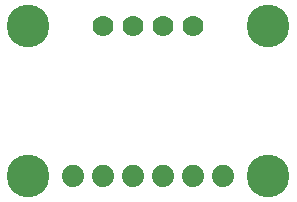
<source format=gbr>
G04 EAGLE Gerber RS-274X export*
G75*
%MOMM*%
%FSLAX34Y34*%
%LPD*%
%INSoldermask Bottom*%
%IPPOS*%
%AMOC8*
5,1,8,0,0,1.08239X$1,22.5*%
G01*
%ADD10C,1.879600*%
%ADD11C,3.617600*%
%ADD12C,1.778000*%


D10*
X63500Y25400D03*
X88900Y25400D03*
X114300Y25400D03*
X139700Y25400D03*
X165100Y25400D03*
X190500Y25400D03*
D11*
X25400Y152400D03*
X228600Y152400D03*
X25400Y25400D03*
X228600Y25400D03*
D12*
X88900Y152400D03*
X114300Y152400D03*
X139700Y152400D03*
X165100Y152400D03*
M02*

</source>
